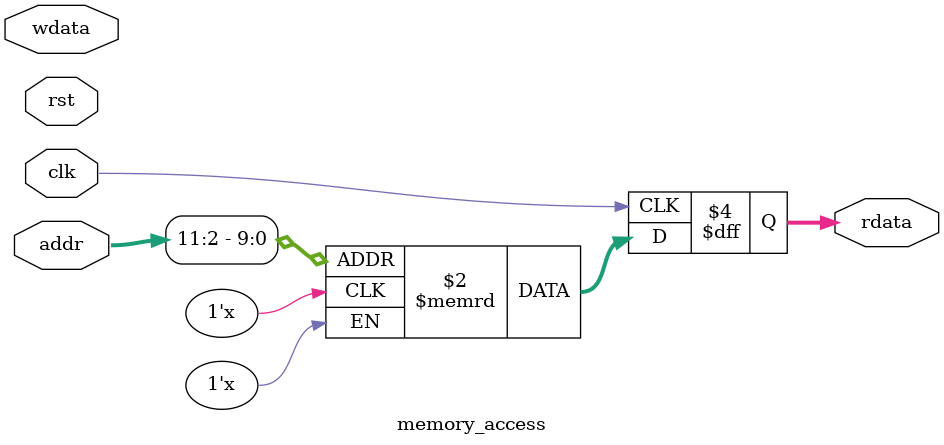
<source format=v>
`timescale 1ns/1ps
module memory_access(input clk, input rst, input [31:0] addr, input [31:0] wdata, output reg [31:0] rdata);
  reg [31:0] data_mem [0:1023];
  initial begin
    // memory initialized by testbench if required
  end
  always @(posedge clk) begin
    rdata <= data_mem[addr[11:2]];
  end
endmodule
</source>
